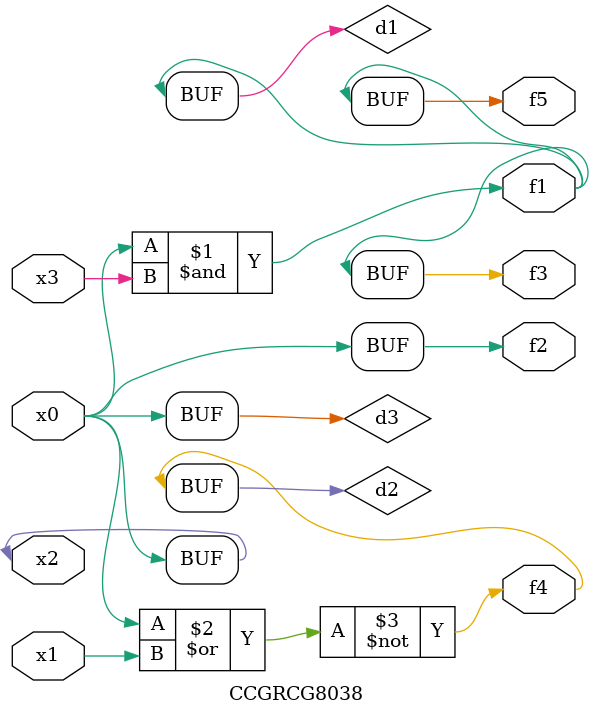
<source format=v>
module CCGRCG8038(
	input x0, x1, x2, x3,
	output f1, f2, f3, f4, f5
);

	wire d1, d2, d3;

	and (d1, x2, x3);
	nor (d2, x0, x1);
	buf (d3, x0, x2);
	assign f1 = d1;
	assign f2 = d3;
	assign f3 = d1;
	assign f4 = d2;
	assign f5 = d1;
endmodule

</source>
